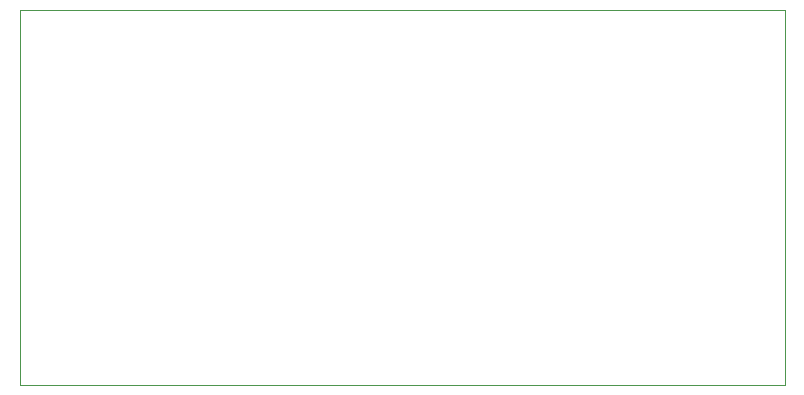
<source format=gbr>
%TF.GenerationSoftware,KiCad,Pcbnew,7.0.8*%
%TF.CreationDate,2023-10-09T16:50:42-07:00*%
%TF.ProjectId,decoder_part,6465636f-6465-4725-9f70-6172742e6b69,rev?*%
%TF.SameCoordinates,Original*%
%TF.FileFunction,Profile,NP*%
%FSLAX46Y46*%
G04 Gerber Fmt 4.6, Leading zero omitted, Abs format (unit mm)*
G04 Created by KiCad (PCBNEW 7.0.8) date 2023-10-09 16:50:42*
%MOMM*%
%LPD*%
G01*
G04 APERTURE LIST*
%TA.AperFunction,Profile*%
%ADD10C,0.100000*%
%TD*%
G04 APERTURE END LIST*
D10*
X41910000Y-36830000D02*
X106680000Y-36830000D01*
X106680000Y-68580000D01*
X41910000Y-68580000D01*
X41910000Y-36830000D01*
M02*

</source>
